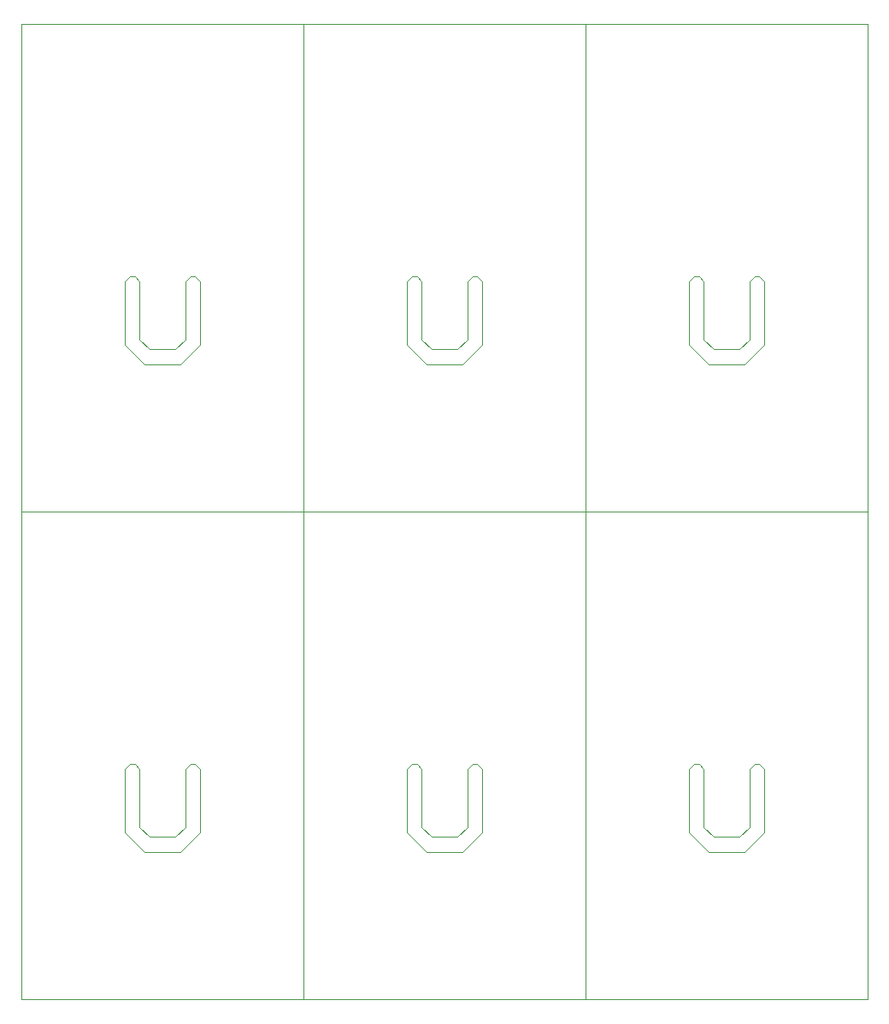
<source format=gbr>
G04 #@! TF.GenerationSoftware,KiCad,Pcbnew,5.1.5-52549c5~86~ubuntu18.04.1*
G04 #@! TF.CreationDate,2020-09-29T20:21:17-05:00*
G04 #@! TF.ProjectId,,58585858-5858-4585-9858-585858585858,rev?*
G04 #@! TF.SameCoordinates,Original*
G04 #@! TF.FileFunction,Profile,NP*
%FSLAX46Y46*%
G04 Gerber Fmt 4.6, Leading zero omitted, Abs format (unit mm)*
G04 Created by KiCad (PCBNEW 5.1.5-52549c5~86~ubuntu18.04.1) date 2020-09-29 20:21:17*
%MOMM*%
%LPD*%
G04 APERTURE LIST*
%ADD10C,0.050000*%
G04 APERTURE END LIST*
D10*
X155280400Y-97216000D02*
X155280400Y-145476000D01*
X127340400Y-97216000D02*
X127340400Y-145476000D01*
X99400400Y-97216000D02*
X99400400Y-145476000D01*
X155280400Y-48956000D02*
X155280400Y-97216000D01*
X127340400Y-48956000D02*
X127340400Y-97216000D01*
X142560400Y-129416000D02*
X143560400Y-128416000D01*
X114620400Y-129416000D02*
X115620400Y-128416000D01*
X86680400Y-129416000D02*
X87680400Y-128416000D01*
X142560400Y-81156000D02*
X143560400Y-80156000D01*
X114620400Y-81156000D02*
X115620400Y-80156000D01*
X143060400Y-130916000D02*
X139560400Y-130916000D01*
X115120400Y-130916000D02*
X111620400Y-130916000D01*
X87180400Y-130916000D02*
X83680400Y-130916000D01*
X143060400Y-82656000D02*
X139560400Y-82656000D01*
X115120400Y-82656000D02*
X111620400Y-82656000D01*
X137560400Y-128916000D02*
X137560400Y-122716000D01*
X109620400Y-128916000D02*
X109620400Y-122716000D01*
X81680400Y-128916000D02*
X81680400Y-122716000D01*
X137560400Y-80656000D02*
X137560400Y-74456000D01*
X109620400Y-80656000D02*
X109620400Y-74456000D01*
X144060400Y-122216000D02*
X144560400Y-122216000D01*
X116120400Y-122216000D02*
X116620400Y-122216000D01*
X88180400Y-122216000D02*
X88680400Y-122216000D01*
X144060400Y-73956000D02*
X144560400Y-73956000D01*
X116120400Y-73956000D02*
X116620400Y-73956000D01*
X140060400Y-129416000D02*
X142560400Y-129416000D01*
X112120400Y-129416000D02*
X114620400Y-129416000D01*
X84180400Y-129416000D02*
X86680400Y-129416000D01*
X140060400Y-81156000D02*
X142560400Y-81156000D01*
X112120400Y-81156000D02*
X114620400Y-81156000D01*
X144060400Y-122216000D02*
X143560400Y-122716000D01*
X116120400Y-122216000D02*
X115620400Y-122716000D01*
X88180400Y-122216000D02*
X87680400Y-122716000D01*
X144060400Y-73956000D02*
X143560400Y-74456000D01*
X116120400Y-73956000D02*
X115620400Y-74456000D01*
X138060400Y-122216000D02*
X138560400Y-122216000D01*
X110120400Y-122216000D02*
X110620400Y-122216000D01*
X82180400Y-122216000D02*
X82680400Y-122216000D01*
X138060400Y-73956000D02*
X138560400Y-73956000D01*
X110120400Y-73956000D02*
X110620400Y-73956000D01*
X139060400Y-128416000D02*
X139060400Y-122716000D01*
X111120400Y-128416000D02*
X111120400Y-122716000D01*
X83180400Y-128416000D02*
X83180400Y-122716000D01*
X139060400Y-80156000D02*
X139060400Y-74456000D01*
X111120400Y-80156000D02*
X111120400Y-74456000D01*
X144560400Y-122216000D02*
X145060400Y-122716000D01*
X116620400Y-122216000D02*
X117120400Y-122716000D01*
X88680400Y-122216000D02*
X89180400Y-122716000D01*
X144560400Y-73956000D02*
X145060400Y-74456000D01*
X116620400Y-73956000D02*
X117120400Y-74456000D01*
X145060400Y-128916000D02*
X145060400Y-122716000D01*
X117120400Y-128916000D02*
X117120400Y-122716000D01*
X89180400Y-128916000D02*
X89180400Y-122716000D01*
X145060400Y-80656000D02*
X145060400Y-74456000D01*
X117120400Y-80656000D02*
X117120400Y-74456000D01*
X127340400Y-97216000D02*
X127340400Y-145476000D01*
X99400400Y-97216000D02*
X99400400Y-145476000D01*
X71460400Y-97216000D02*
X71460400Y-145476000D01*
X127340400Y-48956000D02*
X127340400Y-97216000D01*
X99400400Y-48956000D02*
X99400400Y-97216000D01*
X143560400Y-128416000D02*
X143560400Y-122716000D01*
X115620400Y-128416000D02*
X115620400Y-122716000D01*
X87680400Y-128416000D02*
X87680400Y-122716000D01*
X143560400Y-80156000D02*
X143560400Y-74456000D01*
X115620400Y-80156000D02*
X115620400Y-74456000D01*
X127340400Y-97216000D02*
X155280400Y-97216000D01*
X99400400Y-97216000D02*
X127340400Y-97216000D01*
X71460400Y-97216000D02*
X99400400Y-97216000D01*
X127340400Y-48956000D02*
X155280400Y-48956000D01*
X99400400Y-48956000D02*
X127340400Y-48956000D01*
X127340400Y-145476000D02*
X155280400Y-145476000D01*
X99400400Y-145476000D02*
X127340400Y-145476000D01*
X71460400Y-145476000D02*
X99400400Y-145476000D01*
X127340400Y-97216000D02*
X155280400Y-97216000D01*
X99400400Y-97216000D02*
X127340400Y-97216000D01*
X137560400Y-122716000D02*
X138060400Y-122216000D01*
X109620400Y-122716000D02*
X110120400Y-122216000D01*
X81680400Y-122716000D02*
X82180400Y-122216000D01*
X137560400Y-74456000D02*
X138060400Y-73956000D01*
X109620400Y-74456000D02*
X110120400Y-73956000D01*
X143060400Y-130916000D02*
X145060400Y-128916000D01*
X115120400Y-130916000D02*
X117120400Y-128916000D01*
X87180400Y-130916000D02*
X89180400Y-128916000D01*
X143060400Y-82656000D02*
X145060400Y-80656000D01*
X115120400Y-82656000D02*
X117120400Y-80656000D01*
X139560400Y-130916000D02*
X137560400Y-128916000D01*
X111620400Y-130916000D02*
X109620400Y-128916000D01*
X83680400Y-130916000D02*
X81680400Y-128916000D01*
X139560400Y-82656000D02*
X137560400Y-80656000D01*
X111620400Y-82656000D02*
X109620400Y-80656000D01*
X138560400Y-122216000D02*
X139060400Y-122716000D01*
X110620400Y-122216000D02*
X111120400Y-122716000D01*
X82680400Y-122216000D02*
X83180400Y-122716000D01*
X138560400Y-73956000D02*
X139060400Y-74456000D01*
X110620400Y-73956000D02*
X111120400Y-74456000D01*
X140060400Y-129416000D02*
X139060400Y-128416000D01*
X112120400Y-129416000D02*
X111120400Y-128416000D01*
X84180400Y-129416000D02*
X83180400Y-128416000D01*
X140060400Y-81156000D02*
X139060400Y-80156000D01*
X112120400Y-81156000D02*
X111120400Y-80156000D01*
X88680400Y-73956000D02*
X89180400Y-74456000D01*
X88180400Y-73956000D02*
X87680400Y-74456000D01*
X82680400Y-73956000D02*
X83180400Y-74456000D01*
X81680400Y-74456000D02*
X82180400Y-73956000D01*
X87180400Y-82656000D02*
X89180400Y-80656000D01*
X83680400Y-82656000D02*
X81680400Y-80656000D01*
X84180400Y-81156000D02*
X83180400Y-80156000D01*
X86680400Y-81156000D02*
X87680400Y-80156000D01*
X88180400Y-73956000D02*
X88680400Y-73956000D01*
X82180400Y-73956000D02*
X82680400Y-73956000D01*
X89180400Y-80656000D02*
X89180400Y-74456000D01*
X87680400Y-80156000D02*
X87680400Y-74456000D01*
X81680400Y-80656000D02*
X81680400Y-74456000D01*
X83180400Y-80156000D02*
X83180400Y-74456000D01*
X87180400Y-82656000D02*
X83680400Y-82656000D01*
X84180400Y-81156000D02*
X86680400Y-81156000D01*
X99400400Y-48956000D02*
X99400400Y-97216000D01*
X71460400Y-97216000D02*
X99400400Y-97216000D01*
X71460400Y-48956000D02*
X99400400Y-48956000D01*
X71460400Y-48956000D02*
X71460400Y-97216000D01*
M02*

</source>
